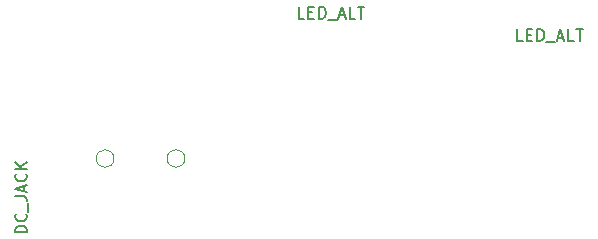
<source format=gbr>
G04 #@! TF.FileFunction,Other,Fab,Top*
%FSLAX46Y46*%
G04 Gerber Fmt 4.6, Leading zero omitted, Abs format (unit mm)*
G04 Created by KiCad (PCBNEW 4.0.7-e2-6376~58~ubuntu16.04.1) date Fri Oct 19 14:23:41 2018*
%MOMM*%
%LPD*%
G01*
G04 APERTURE LIST*
%ADD10C,0.100000*%
%ADD11C,0.050000*%
%ADD12C,0.150000*%
G04 APERTURE END LIST*
D10*
D11*
X71750000Y-52500000D02*
G75*
G03X71750000Y-52500000I-750000J0D01*
G01*
X65750000Y-52500000D02*
G75*
G03X65750000Y-52500000I-750000J0D01*
G01*
D12*
X58380381Y-58754381D02*
X57380381Y-58754381D01*
X57380381Y-58516286D01*
X57428000Y-58373428D01*
X57523238Y-58278190D01*
X57618476Y-58230571D01*
X57808952Y-58182952D01*
X57951810Y-58182952D01*
X58142286Y-58230571D01*
X58237524Y-58278190D01*
X58332762Y-58373428D01*
X58380381Y-58516286D01*
X58380381Y-58754381D01*
X58285143Y-57182952D02*
X58332762Y-57230571D01*
X58380381Y-57373428D01*
X58380381Y-57468666D01*
X58332762Y-57611524D01*
X58237524Y-57706762D01*
X58142286Y-57754381D01*
X57951810Y-57802000D01*
X57808952Y-57802000D01*
X57618476Y-57754381D01*
X57523238Y-57706762D01*
X57428000Y-57611524D01*
X57380381Y-57468666D01*
X57380381Y-57373428D01*
X57428000Y-57230571D01*
X57475619Y-57182952D01*
X58475619Y-56992476D02*
X58475619Y-56230571D01*
X57380381Y-55706761D02*
X58094667Y-55706761D01*
X58237524Y-55754381D01*
X58332762Y-55849619D01*
X58380381Y-55992476D01*
X58380381Y-56087714D01*
X58094667Y-55278190D02*
X58094667Y-54801999D01*
X58380381Y-55373428D02*
X57380381Y-55040095D01*
X58380381Y-54706761D01*
X58285143Y-53801999D02*
X58332762Y-53849618D01*
X58380381Y-53992475D01*
X58380381Y-54087713D01*
X58332762Y-54230571D01*
X58237524Y-54325809D01*
X58142286Y-54373428D01*
X57951810Y-54421047D01*
X57808952Y-54421047D01*
X57618476Y-54373428D01*
X57523238Y-54325809D01*
X57428000Y-54230571D01*
X57380381Y-54087713D01*
X57380381Y-53992475D01*
X57428000Y-53849618D01*
X57475619Y-53801999D01*
X58380381Y-53373428D02*
X57380381Y-53373428D01*
X58380381Y-52801999D02*
X57808952Y-53230571D01*
X57380381Y-52801999D02*
X57951810Y-53373428D01*
X100361905Y-42552381D02*
X99885714Y-42552381D01*
X99885714Y-41552381D01*
X100695238Y-42028571D02*
X101028572Y-42028571D01*
X101171429Y-42552381D02*
X100695238Y-42552381D01*
X100695238Y-41552381D01*
X101171429Y-41552381D01*
X101600000Y-42552381D02*
X101600000Y-41552381D01*
X101838095Y-41552381D01*
X101980953Y-41600000D01*
X102076191Y-41695238D01*
X102123810Y-41790476D01*
X102171429Y-41980952D01*
X102171429Y-42123810D01*
X102123810Y-42314286D01*
X102076191Y-42409524D01*
X101980953Y-42504762D01*
X101838095Y-42552381D01*
X101600000Y-42552381D01*
X102361905Y-42647619D02*
X103123810Y-42647619D01*
X103314286Y-42266667D02*
X103790477Y-42266667D01*
X103219048Y-42552381D02*
X103552381Y-41552381D01*
X103885715Y-42552381D01*
X104695239Y-42552381D02*
X104219048Y-42552381D01*
X104219048Y-41552381D01*
X104885715Y-41552381D02*
X105457144Y-41552381D01*
X105171429Y-42552381D02*
X105171429Y-41552381D01*
X81861905Y-40652381D02*
X81385714Y-40652381D01*
X81385714Y-39652381D01*
X82195238Y-40128571D02*
X82528572Y-40128571D01*
X82671429Y-40652381D02*
X82195238Y-40652381D01*
X82195238Y-39652381D01*
X82671429Y-39652381D01*
X83100000Y-40652381D02*
X83100000Y-39652381D01*
X83338095Y-39652381D01*
X83480953Y-39700000D01*
X83576191Y-39795238D01*
X83623810Y-39890476D01*
X83671429Y-40080952D01*
X83671429Y-40223810D01*
X83623810Y-40414286D01*
X83576191Y-40509524D01*
X83480953Y-40604762D01*
X83338095Y-40652381D01*
X83100000Y-40652381D01*
X83861905Y-40747619D02*
X84623810Y-40747619D01*
X84814286Y-40366667D02*
X85290477Y-40366667D01*
X84719048Y-40652381D02*
X85052381Y-39652381D01*
X85385715Y-40652381D01*
X86195239Y-40652381D02*
X85719048Y-40652381D01*
X85719048Y-39652381D01*
X86385715Y-39652381D02*
X86957144Y-39652381D01*
X86671429Y-40652381D02*
X86671429Y-39652381D01*
M02*

</source>
